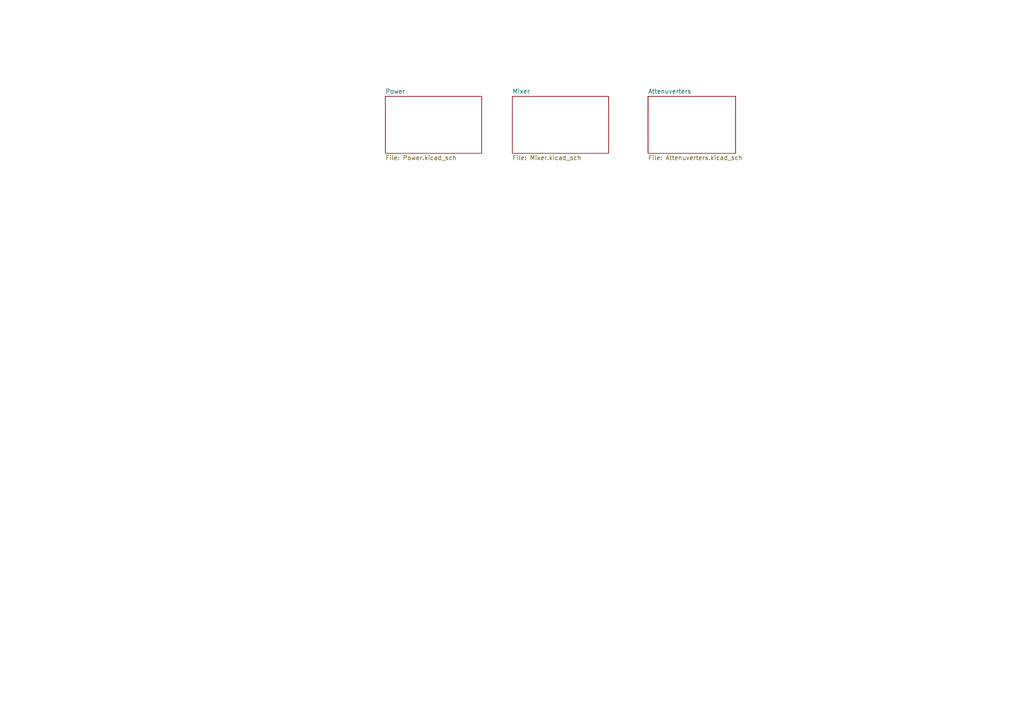
<source format=kicad_sch>
(kicad_sch
	(version 20231120)
	(generator "eeschema")
	(generator_version "8.0")
	(uuid "3cea67a5-3d63-46b9-9b54-3aa8fec2c236")
	(paper "A4")
	(lib_symbols)
	(sheet
		(at 148.59 27.94)
		(size 27.94 16.51)
		(fields_autoplaced yes)
		(stroke
			(width 0.1524)
			(type solid)
		)
		(fill
			(color 0 0 0 0.0000)
		)
		(uuid "71c8d109-3ad4-4529-b4c7-3c204baf3b8f")
		(property "Sheetname" "Mixer"
			(at 148.59 27.2284 0)
			(effects
				(font
					(size 1.27 1.27)
				)
				(justify left bottom)
			)
		)
		(property "Sheetfile" "Mixer.kicad_sch"
			(at 148.59 45.0346 0)
			(effects
				(font
					(size 1.27 1.27)
				)
				(justify left top)
			)
		)
		(instances
			(project "attenuverter_mixer"
				(path "/3cea67a5-3d63-46b9-9b54-3aa8fec2c236"
					(page "3")
				)
			)
		)
	)
	(sheet
		(at 111.76 27.94)
		(size 27.94 16.51)
		(fields_autoplaced yes)
		(stroke
			(width 0.1524)
			(type solid)
		)
		(fill
			(color 0 0 0 0.0000)
		)
		(uuid "95c75bca-0ff8-4489-bf0f-60c179868158")
		(property "Sheetname" "Power"
			(at 111.76 27.2284 0)
			(effects
				(font
					(size 1.27 1.27)
				)
				(justify left bottom)
			)
		)
		(property "Sheetfile" "Power.kicad_sch"
			(at 111.76 45.0346 0)
			(effects
				(font
					(size 1.27 1.27)
				)
				(justify left top)
			)
		)
		(instances
			(project "attenuverter_mixer"
				(path "/3cea67a5-3d63-46b9-9b54-3aa8fec2c236"
					(page "4")
				)
			)
		)
	)
	(sheet
		(at 187.96 27.94)
		(size 25.4 16.51)
		(fields_autoplaced yes)
		(stroke
			(width 0.1524)
			(type solid)
		)
		(fill
			(color 0 0 0 0.0000)
		)
		(uuid "ef943e2b-3b2d-47f6-87cc-42fcec7692a4")
		(property "Sheetname" "Attenuverters"
			(at 187.96 27.2284 0)
			(effects
				(font
					(size 1.27 1.27)
				)
				(justify left bottom)
			)
		)
		(property "Sheetfile" "Attenuverters.kicad_sch"
			(at 187.96 45.0346 0)
			(effects
				(font
					(size 1.27 1.27)
				)
				(justify left top)
			)
		)
		(instances
			(project "attenuverter_mixer"
				(path "/3cea67a5-3d63-46b9-9b54-3aa8fec2c236"
					(page "2")
				)
			)
		)
	)
	(sheet_instances
		(path "/"
			(page "1")
		)
	)
)

</source>
